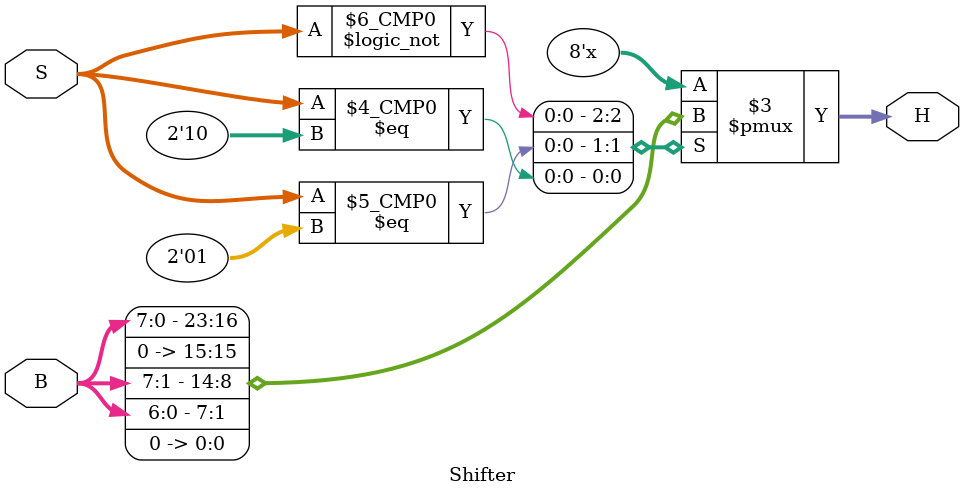
<source format=v>
module Shifter(S,B,H);
	input [1:0] S;
	input [7:0] B;
	output [7:0] H;
	
	reg [7:0] H;
	
	always@(*) begin
		case(S)
		2'b00: H=B;
		2'b01: H={1'b0, B[7:1]};
		2'b10: H={B[6:0], 1'b0};
		2'b11: H=8'hx;
		endcase
	end
endmodule
</source>
